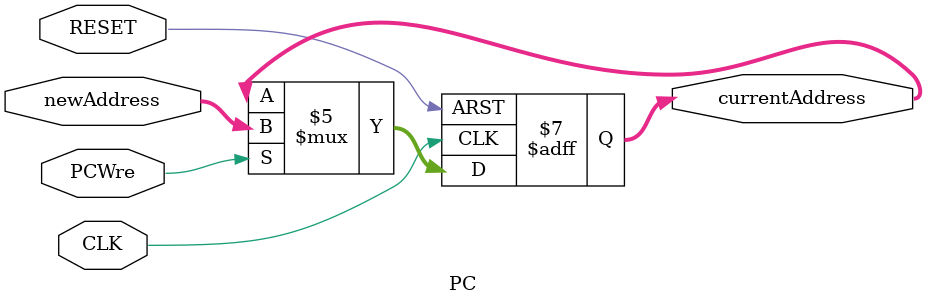
<source format=v>

module PC(
    input  CLK,     //时钟
    input  RESET,   //复位信号，低电平有效
    input PCWre,    //PC写使能.如果为0，PC不更改;
    input  [15:0] newAddress,   //PC的新指令地址
    
    output reg [15:0] currentAddress    //当前指令地址
);

    initial begin
        currentAddress = 0;
    end

    always @(posedge CLK or negedge RESET)
    begin
        if(!RESET) begin
            currentAddress <= 0;
        end
        else if(PCWre)
            currentAddress <= newAddress;
        else
            currentAddress <= currentAddress;
    end

endmodule
</source>
